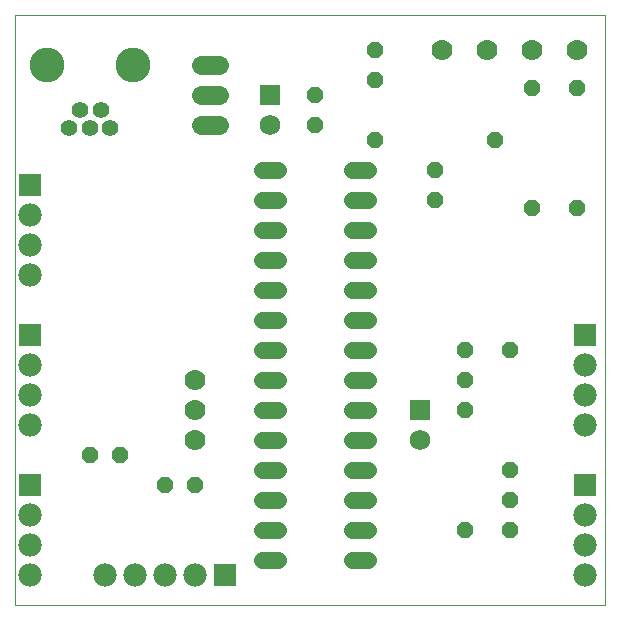
<source format=gts>
G75*
G70*
%OFA0B0*%
%FSLAX24Y24*%
%IPPOS*%
%LPD*%
%AMOC8*
5,1,8,0,0,1.08239X$1,22.5*
%
%ADD10C,0.0000*%
%ADD11C,0.0560*%
%ADD12OC8,0.0560*%
%ADD13C,0.0700*%
%ADD14R,0.0690X0.0690*%
%ADD15C,0.0690*%
%ADD16C,0.0640*%
%ADD17C,0.0555*%
%ADD18C,0.1162*%
%ADD19R,0.0780X0.0780*%
%ADD20C,0.0780*%
D10*
X000181Y000181D02*
X000181Y019866D01*
X019866Y019866D01*
X019866Y000181D01*
X000181Y000181D01*
D11*
X008421Y001681D02*
X008941Y001681D01*
X008941Y002681D02*
X008421Y002681D01*
X008421Y003681D02*
X008941Y003681D01*
X008941Y004681D02*
X008421Y004681D01*
X008421Y005681D02*
X008941Y005681D01*
X008941Y006681D02*
X008421Y006681D01*
X008421Y007681D02*
X008941Y007681D01*
X008941Y008681D02*
X008421Y008681D01*
X008421Y009681D02*
X008941Y009681D01*
X008941Y010681D02*
X008421Y010681D01*
X008421Y011681D02*
X008941Y011681D01*
X008941Y012681D02*
X008421Y012681D01*
X008421Y013681D02*
X008941Y013681D01*
X008941Y014681D02*
X008421Y014681D01*
X011421Y014681D02*
X011941Y014681D01*
X011941Y013681D02*
X011421Y013681D01*
X011421Y012681D02*
X011941Y012681D01*
X011941Y011681D02*
X011421Y011681D01*
X011421Y010681D02*
X011941Y010681D01*
X011941Y009681D02*
X011421Y009681D01*
X011421Y008681D02*
X011941Y008681D01*
X011941Y007681D02*
X011421Y007681D01*
X011421Y006681D02*
X011941Y006681D01*
X011941Y005681D02*
X011421Y005681D01*
X011421Y004681D02*
X011941Y004681D01*
X011941Y003681D02*
X011421Y003681D01*
X011421Y002681D02*
X011941Y002681D01*
X011941Y001681D02*
X011421Y001681D01*
D12*
X015181Y002681D03*
X016681Y002681D03*
X016681Y003681D03*
X016681Y004681D03*
X015181Y006681D03*
X015181Y007681D03*
X015181Y008681D03*
X016681Y008681D03*
X017431Y013431D03*
X018931Y013431D03*
X016181Y015681D03*
X017431Y017431D03*
X018931Y017431D03*
X014181Y014681D03*
X014181Y013681D03*
X012181Y015681D03*
X012181Y017681D03*
X012181Y018681D03*
X010181Y017181D03*
X010181Y016181D03*
X003681Y005181D03*
X002681Y005181D03*
X005181Y004181D03*
X006181Y004181D03*
D13*
X006181Y005681D03*
X006181Y006681D03*
X006181Y007681D03*
X014431Y018681D03*
X015931Y018681D03*
X017431Y018681D03*
X018931Y018681D03*
D14*
X008681Y017181D03*
X013681Y006681D03*
D15*
X013681Y005681D03*
X008681Y016181D03*
D16*
X006981Y016181D02*
X006381Y016181D01*
X006381Y017181D02*
X006981Y017181D01*
X006981Y018181D02*
X006381Y018181D01*
D17*
X003351Y016081D03*
X002681Y016081D03*
X002351Y016701D03*
X001981Y016081D03*
X003041Y016701D03*
D18*
X004118Y018181D03*
X001244Y018181D03*
D19*
X000681Y014181D03*
X000681Y009181D03*
X000681Y004181D03*
X007181Y001181D03*
X019181Y004181D03*
X019181Y009181D03*
D20*
X019181Y008181D03*
X019181Y007181D03*
X019181Y006181D03*
X019181Y003181D03*
X019181Y002181D03*
X019181Y001181D03*
X006181Y001181D03*
X005181Y001181D03*
X004181Y001181D03*
X003181Y001181D03*
X000681Y001181D03*
X000681Y002181D03*
X000681Y003181D03*
X000681Y006181D03*
X000681Y007181D03*
X000681Y008181D03*
X000681Y011181D03*
X000681Y012181D03*
X000681Y013181D03*
M02*

</source>
